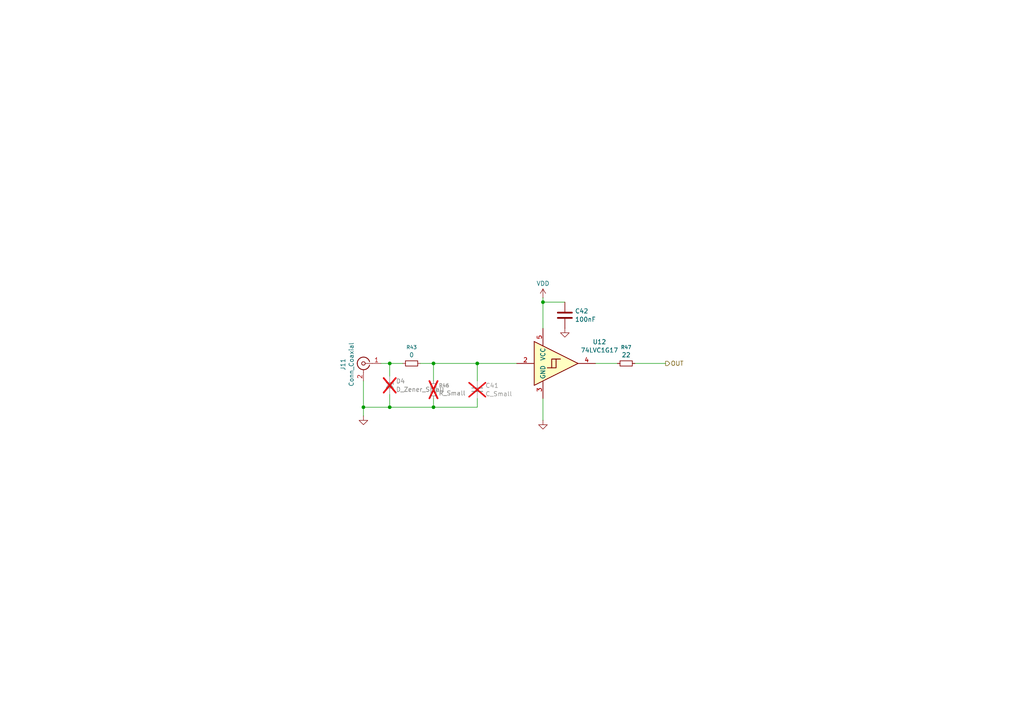
<source format=kicad_sch>
(kicad_sch (version 20250114) (generator "eeschema") (generator_version "9.0")
  (paper "A4")
  (lib_symbols
    (symbol "74xGxx:74LVC1G17"
      (property "Reference" "U" (at 0 3.81 0))
      (property "Value" "74LVC1G17" (at 0 -3.81 0))
      (symbol "74LVC1G17_0_1"
        (polyline (pts (xy -7.62 6.35) (xy -7.62 -6.35) (xy 5.08 0) (xy -7.62 6.35)) (stroke (width 0.254)) (fill (type background)))
        (polyline (pts (xy -3.81 -1.27) (xy -2.54 -1.27) (xy -2.54 1.27) (xy -1.27 1.27)) (stroke (width 0.254)) (fill (type background)))
        (polyline (pts (xy -2.54 -1.27) (xy -1.27 -1.27) (xy -1.27 1.27) (xy 0 1.27)) (stroke (width 0.254)) (fill (type background)))
      )
      (symbol "74LVC1G17_1_1"
        (pin input line (at -12.7 0 0) (length 5.08) (name "~") (number "2"))
        (pin no_connect line (at -7.62 5.08 180) (length 5.08) (hide yes) (name "NC") (number "1"))
        (pin power_in line (at -5.08 10.16 270) (length 5.08) (name "VCC") (number "5"))
        (pin power_in line (at -5.08 -10.16 90) (length 5.08) (name "GND") (number "3"))
        (pin output line (at 10.16 0 180) (length 5.08) (name "~") (number "4"))
      )
    )
    (symbol "Connector:Conn_Coaxial" (pin_names (offset 1.016) (hide yes))
      (property "Reference" "J" (at 0.254 3.048 0))
      (property "Value" "Conn_Coaxial" (at 2.921 0 90))
      (symbol "Conn_Coaxial_0_1"
        (polyline (pts (xy -2.54 0) (xy -0.508 0)))
        (arc (start 1.778 0) (mid 0.222 -1.8079) (end -1.778 -0.508) (stroke (width 0.254)))
        (arc (start -1.778 0.508) (mid 0.2221 1.8084) (end 1.778 0) (stroke (width 0.254)))
        (circle (center 0 0) (radius 0.508) (stroke (width 0.2032)))
        (polyline (pts (xy 0 -2.54) (xy 0 -1.778)))
      )
      (symbol "Conn_Coaxial_1_1"
        (pin passive line (at -5.08 0 0) (length 2.54) (name "In") (number "1"))
        (pin passive line (at 0 -5.08 90) (length 2.54) (name "Ext") (number "2"))
      )
    )
    (symbol "Device:C" (pin_numbers (hide yes)) (pin_names (offset 0.254))
      (property "Reference" "C" (at 0.635 2.54 0))
      (property "Value" "C" (at 0.635 -2.54 0))
      (symbol "C_0_1"
        (polyline (pts (xy -2.032 0.762) (xy 2.032 0.762)) (stroke (width 0.508)))
        (polyline (pts (xy -2.032 -0.762) (xy 2.032 -0.762)) (stroke (width 0.508)))
      )
      (symbol "C_1_1"
        (pin passive line (at 0 3.81 270) (length 2.794) (name "~") (number "1"))
        (pin passive line (at 0 -3.81 90) (length 2.794) (name "~") (number "2"))
      )
    )
    (symbol "Device:C_Small" (pin_numbers (hide yes)) (pin_names (offset 0.254) (hide yes))
      (property "Reference" "C" (at 0.254 1.778 0))
      (property "Value" "C_Small" (at 0.254 -2.032 0))
      (symbol "C_Small_0_1"
        (polyline (pts (xy -1.524 0.508) (xy 1.524 0.508)) (stroke (width 0.3048)))
        (polyline (pts (xy -1.524 -0.508) (xy 1.524 -0.508)) (stroke (width 0.3302)))
      )
      (symbol "C_Small_1_1"
        (pin passive line (at 0 2.54 270) (length 2.032) (name "~") (number "1"))
        (pin passive line (at 0 -2.54 90) (length 2.032) (name "~") (number "2"))
      )
    )
    (symbol "Device:D_Zener_Small" (pin_numbers (hide yes)) (pin_names (offset 0.254) (hide yes))
      (property "Reference" "D" (at 0 2.286 0))
      (property "Value" "D_Zener_Small" (at 0 -2.286 0))
      (symbol "D_Zener_Small_0_1"
        (polyline (pts (xy -0.254 1.016) (xy -0.762 1.016) (xy -0.762 -1.016)) (stroke (width 0.254)))
        (polyline (pts (xy 0.762 1.016) (xy -0.762 0) (xy 0.762 -1.016) (xy 0.762 1.016)) (stroke (width 0.254)))
        (polyline (pts (xy 0.762 0) (xy -0.762 0)))
      )
      (symbol "D_Zener_Small_1_1"
        (pin passive line (at -2.54 0 0) (length 1.778) (name "K") (number "1"))
        (pin passive line (at 2.54 0 180) (length 1.778) (name "A") (number "2"))
      )
    )
    (symbol "Device:R_Small" (pin_numbers (hide yes)) (pin_names (offset 0.254) (hide yes))
      (property "Reference" "R" (at 0 0 90))
      (property "Value" "R_Small" (at 1.778 0 90))
      (symbol "R_Small_0_1"
        (rectangle (start -0.762 1.778) (end 0.762 -1.778) (stroke (width 0.2032)))
      )
      (symbol "R_Small_1_1"
        (pin passive line (at 0 2.54 270) (length 0.762) (name "~") (number "1"))
        (pin passive line (at 0 -2.54 90) (length 0.762) (name "~") (number "2"))
      )
    )
    (symbol "power:GND" (power) (pin_numbers (hide yes)) (pin_names (offset 0) (hide yes))
      (property "Value" "GND" (at 0 -3.81 0))
      (symbol "GND_0_1"
        (polyline (pts (xy 0 0) (xy 0 -1.27) (xy 1.27 -1.27) (xy 0 -2.54) (xy -1.27 -1.27) (xy 0 -1.27)))
      )
      (symbol "GND_1_1"
        (pin power_in line (at 0 0 270) (length 0) (name "~") (number "1"))
      )
    )
    (symbol "power:VDD" (power) (pin_numbers (hide yes)) (pin_names (offset 0) (hide yes))
      (property "Value" "VDD" (at 0 3.556 0))
      (symbol "VDD_0_1"
        (polyline (pts (xy -0.762 1.27) (xy 0 2.54)))
        (polyline (pts (xy 0 2.54) (xy 0.762 1.27)))
        (polyline (pts (xy 0 0) (xy 0 2.54)))
      )
      (symbol "VDD_1_1"
        (pin power_in line (at 0 0 90) (length 0) (name "~") (number "1"))
      )
    )
  )
  (junction (at 157.48 87.63))
  (junction (at 125.73 118.11))
  (junction (at 113.03 105.41))
  (junction (at 138.43 105.41))
  (junction (at 105.41 118.11))
  (junction (at 113.03 118.11))
  (junction (at 125.73 105.41))
  (wire (pts (xy 125.73 105.41) (xy 138.43 105.41)))
  (wire (pts (xy 138.43 105.41) (xy 138.43 110.49)))
  (wire (pts (xy 125.73 118.11) (xy 113.03 118.11)))
  (wire (pts (xy 121.92 105.41) (xy 125.73 105.41)))
  (wire (pts (xy 157.48 86.36) (xy 157.48 87.63)))
  (wire (pts (xy 125.73 115.57) (xy 125.73 118.11)))
  (wire (pts (xy 138.43 118.11) (xy 125.73 118.11)))
  (wire (pts (xy 105.41 118.11) (xy 105.41 110.49)))
  (wire (pts (xy 105.41 120.65) (xy 105.41 118.11)))
  (wire (pts (xy 138.43 115.57) (xy 138.43 118.11)))
  (wire (pts (xy 157.48 87.63) (xy 157.48 95.25)))
  (wire (pts (xy 110.49 105.41) (xy 113.03 105.41)))
  (wire (pts (xy 157.48 115.57) (xy 157.48 121.92)))
  (wire (pts (xy 172.72 105.41) (xy 179.07 105.41)))
  (wire (pts (xy 184.15 105.41) (xy 193.04 105.41)))
  (wire (pts (xy 113.03 105.41) (xy 116.84 105.41)))
  (wire (pts (xy 157.48 87.63) (xy 163.83 87.63)))
  (wire (pts (xy 138.43 105.41) (xy 149.86 105.41)))
  (wire (pts (xy 113.03 105.41) (xy 113.03 109.22)))
  (wire (pts (xy 113.03 114.3) (xy 113.03 118.11)))
  (wire (pts (xy 113.03 118.11) (xy 105.41 118.11)))
  (wire (pts (xy 125.73 105.41) (xy 125.73 110.49)))
  (hierarchical_label "OUT" (shape output) (at 193.04 105.41 0))
  (symbol (lib_id "Device:C") (at 163.83 91.44 0) (unit 1)
    (property "Reference" "C38" (at 166.751 90.2278 0) (effects (justify left)))
    (property "Value" "100nF" (at 166.751 92.6521 0) (effects (justify left)))
    (property "Footprint" "Capacitor_SMD:C_0603_1608Metric" (effects (hide yes)))
    (property "Description" "Unpolarized capacitor" (effects (hide yes)))
    (property "PN" "CC0603KRX7R9BB104" (effects (hide yes)))
    (property "LCSC Part #" "C14663" (effects (hide yes)))
    (instances (project "tdm2ethernet1" (path "" (reference "C42") (unit 1)) (path "" (reference "C38") (unit 1)) (path "" (reference "C40") (unit 1))))
  )
  (symbol (lib_id "power:GND") (at 163.83 95.25 0) (unit 1)
    (property "Reference" "#PWR068" (effects (hide yes)))
    (property "Value" "GND" (effects (hide yes)))
    (property "Description" "Power symbol creates a global label with name \"GND\" , ground" (effects (hide yes)))
    (instances (project "tdm2ethernet1" (path "" (reference "#PWR076") (unit 1)) (path "" (reference "#PWR068") (unit 1)) (path "" (reference "#PWR072") (unit 1))))
  )
  (symbol (lib_id "Device:C_Small") (at 138.43 113.03 0) (unit 1) (dnp yes)
    (property "Reference" "C37" (at 140.7541 111.8241 0) (effects (justify left)))
    (property "Value" "C_Small" (at 140.7541 114.2484 0) (effects (justify left)))
    (property "Footprint" "Capacitor_SMD:C_0603_1608Metric" (effects (hide yes)))
    (property "Description" "Unpolarized capacitor, small symbol" (effects (hide yes)))
    (instances (project "tdm2ethernet1" (path "" (reference "C41") (unit 1)) (path "" (reference "C37") (unit 1)) (path "" (reference "C39") (unit 1))))
  )
  (symbol (lib_id "Connector:Conn_Coaxial") (at 105.41 105.41 0) (mirror y) (unit 1)
    (property "Reference" "J7" (at 99.4874 105.7032 90))
    (property "Value" "Conn_Coaxial" (at 101.9117 105.7032 90))
    (property "Footprint" "Connector_Coaxial:SMA_Amphenol_901-144_Vertical" (effects (hide yes)))
    (property "Description" "coaxial connector (BNC, SMA, SMB, SMC, Cinch/RCA, LEMO, ...)" (effects (hide yes)))
    (instances (project "tdm2ethernet1" (path "" (reference "J11") (unit 1)) (path "" (reference "J7") (unit 1)) (path "" (reference "J8") (unit 1))))
  )
  (symbol (lib_id "Device:R_Small") (at 119.38 105.41 90) (unit 1)
    (property "Reference" "R34" (at 119.38 100.7333 90) (effects (font (size 1.016 1.016))))
    (property "Value" "0" (at 119.38 102.9532 90))
    (property "Footprint" "Resistor_SMD:R_0603_1608Metric" (effects (hide yes)))
    (property "Description" "Resistor, small symbol" (effects (hide yes)))
    (property "PN" "CRCW06030000Z0EA" (effects (hide yes)))
    (property "LCSC Part #" "C21189" (effects (hide yes)))
    (instances (project "tdm2ethernet1" (path "" (reference "R43") (unit 1)) (path "" (reference "R34") (unit 1)) (path "" (reference "R37") (unit 1))))
  )
  (symbol (lib_id "74xGxx:74LVC1G17") (at 162.56 105.41 0) (unit 1)
    (property "Reference" "U10" (at 173.8653 99.1634 0))
    (property "Value" "74LVC1G17" (at 173.8653 101.5877 0))
    (property "Footprint" "Package_TO_SOT_SMD:SOT-23-5" (effects (hide yes)))
    (property "Datasheet" "https://www.ti.com/lit/ds/symlink/sn74lvc1g17.pdf" (effects (hide yes)))
    (property "Description" "Single Schmitt Buffer Gate, Low-Voltage CMOS" (effects (hide yes)))
    (property "PN" "SN74LVC1G17DBVR" (effects (hide yes)))
    (property "LCSC Part #" "C7836" (effects (hide yes)))
    (instances (project "tdm2ethernet1" (path "" (reference "U12") (unit 1)) (path "" (reference "U10") (unit 1)) (path "" (reference "U11") (unit 1))))
  )
  (symbol (lib_id "Device:R_Small") (at 181.61 105.41 90) (unit 1)
    (property "Reference" "R36" (at 181.61 100.7333 90) (effects (font (size 1.016 1.016))))
    (property "Value" "22" (at 181.61 102.9532 90))
    (property "Footprint" "Resistor_SMD:R_0603_1608Metric" (effects (hide yes)))
    (property "Description" "Resistor, small symbol" (effects (hide yes)))
    (property "PN" "CRCW060322R0FKEAC" (effects (hide yes)))
    (property "LCSC Part #" "C23345" (effects (hide yes)))
    (instances (project "tdm2ethernet1" (path "" (reference "R47") (unit 1)) (path "" (reference "R36") (unit 1)) (path "" (reference "R40") (unit 1))))
  )
  (symbol (lib_id "power:GND") (at 105.41 120.65 0) (unit 1)
    (property "Reference" "#PWR065" (effects (hide yes)))
    (property "Value" "GND" (effects (hide yes)))
    (property "Description" "Power symbol creates a global label with name \"GND\" , ground" (effects (hide yes)))
    (instances (project "tdm2ethernet1" (path "" (reference "#PWR073") (unit 1)) (path "" (reference "#PWR065") (unit 1)) (path "" (reference "#PWR069") (unit 1))))
  )
  (symbol (lib_id "power:VDD") (at 157.48 86.36 0) (unit 1)
    (property "Reference" "#PWR066" (effects (hide yes)))
    (property "Value" "VDD" (at 157.48 82.2269 0))
    (property "Description" "Power symbol creates a global label with name \"VDD\"" (effects (hide yes)))
    (instances (project "tdm2ethernet1" (path "" (reference "#PWR074") (unit 1)) (path "" (reference "#PWR066") (unit 1)) (path "" (reference "#PWR070") (unit 1))))
  )
  (symbol (lib_id "Device:R_Small") (at 125.73 113.03 180) (unit 1) (dnp yes)
    (property "Reference" "R35" (at 127.2286 111.8178 0) (effects (font (size 1.016 1.016)) (justify right)))
    (property "Value" "R_Small" (at 127.2286 114.0377 0) (effects (justify right)))
    (property "Footprint" "Resistor_SMD:R_0603_1608Metric" (effects (hide yes)))
    (property "Description" "Resistor, small symbol" (effects (hide yes)))
    (instances (project "tdm2ethernet1" (path "" (reference "R46") (unit 1)) (path "" (reference "R35") (unit 1)) (path "" (reference "R39") (unit 1))))
  )
  (symbol (lib_id "power:GND") (at 157.48 121.92 0) (unit 1)
    (property "Reference" "#PWR067" (effects (hide yes)))
    (property "Value" "GND" (effects (hide yes)))
    (property "Description" "Power symbol creates a global label with name \"GND\" , ground" (effects (hide yes)))
    (instances (project "tdm2ethernet1" (path "" (reference "#PWR075") (unit 1)) (path "" (reference "#PWR067") (unit 1)) (path "" (reference "#PWR071") (unit 1))))
  )
  (symbol (lib_id "Device:D_Zener_Small") (at 113.03 111.76 270) (unit 1) (dnp yes)
    (property "Reference" "D2" (at 114.808 110.5478 90) (effects (justify left)))
    (property "Value" "D_Zener_Small" (at 114.808 112.9721 90) (effects (justify left)))
    (property "Footprint" "Diode_SMD:D_SOD-123F" (effects (hide yes)))
    (property "Description" "Zener diode, small symbol" (effects (hide yes)))
    (instances (project "tdm2ethernet1" (path "" (reference "D4") (unit 1)) (path "" (reference "D2") (unit 1)) (path "" (reference "D3") (unit 1))))
  )
)
</source>
